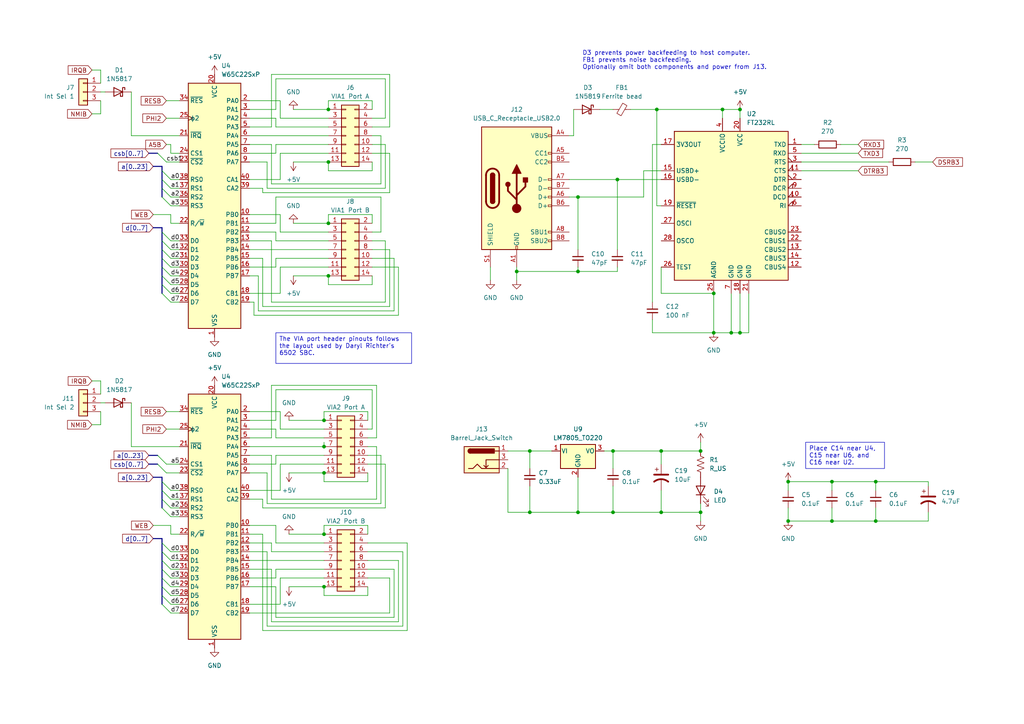
<source format=kicad_sch>
(kicad_sch (version 20230121) (generator eeschema)
  (paper "A4")
  (lib_symbols
    (symbol "Connector:Barrel_Jack_Switch" (pin_names hide)
      (property "Reference" "J" (at 0 5.334 0))
      (property "Value" "Barrel_Jack_Switch" (at 0 -5.08 0))
      (symbol "Barrel_Jack_Switch_1_1"
        (pin passive line (at 7.62 2.54 180) (length 2.54) (name "~") (number "1"))
        (pin passive line (at 7.62 -2.54 180) (length 2.54) (name "~") (number "2"))
        (pin passive line (at 7.62 0 180) (length 2.54) (name "~") (number "3"))
      )
    )
    (symbol "Connector:USB_C_Receptacle_USB2.0" (pin_names (offset 1.016))
      (property "Reference" "J" (at -10.16 19.05 0))
      (property "Value" "USB_C_Receptacle_USB2.0" (at 19.05 19.05 0))
      (symbol "USB_C_Receptacle_USB2.0_1_1"
        (pin passive line (at 0 -22.86 90) (length 5.08) (name "GND") (number "A1"))
        (pin passive line (at 0 -22.86 90) (length 5.08) hide (name "GND") (number "A12"))
        (pin passive line (at 15.24 15.24 180) (length 5.08) (name "VBUS") (number "A4"))
        (pin bidirectional line (at 15.24 10.16 180) (length 5.08) (name "CC1") (number "A5"))
        (pin bidirectional line (at 15.24 -2.54 180) (length 5.08) (name "D+") (number "A6"))
        (pin bidirectional line (at 15.24 2.54 180) (length 5.08) (name "D-") (number "A7"))
        (pin bidirectional line (at 15.24 -12.7 180) (length 5.08) (name "SBU1") (number "A8"))
        (pin passive line (at 15.24 15.24 180) (length 5.08) hide (name "VBUS") (number "A9"))
        (pin passive line (at 0 -22.86 90) (length 5.08) hide (name "GND") (number "B1"))
        (pin passive line (at 0 -22.86 90) (length 5.08) hide (name "GND") (number "B12"))
        (pin passive line (at 15.24 15.24 180) (length 5.08) hide (name "VBUS") (number "B4"))
        (pin bidirectional line (at 15.24 7.62 180) (length 5.08) (name "CC2") (number "B5"))
        (pin bidirectional line (at 15.24 -5.08 180) (length 5.08) (name "D+") (number "B6"))
        (pin bidirectional line (at 15.24 0 180) (length 5.08) (name "D-") (number "B7"))
        (pin bidirectional line (at 15.24 -15.24 180) (length 5.08) (name "SBU2") (number "B8"))
        (pin passive line (at 15.24 15.24 180) (length 5.08) hide (name "VBUS") (number "B9"))
        (pin passive line (at -7.62 -22.86 90) (length 5.08) (name "SHIELD") (number "S1"))
      )
    )
    (symbol "Connector_Generic:Conn_01x03" (pin_names (offset 1.016) hide)
      (property "Reference" "J" (at 0 5.08 0))
      (property "Value" "Conn_01x03" (at 0 -5.08 0))
      (symbol "Conn_01x03_1_1"
        (pin passive line (at -5.08 2.54 0) (length 3.81) (name "Pin_1") (number "1"))
        (pin passive line (at -5.08 0 0) (length 3.81) (name "Pin_2") (number "2"))
        (pin passive line (at -5.08 -2.54 0) (length 3.81) (name "Pin_3") (number "3"))
      )
    )
    (symbol "Connector_Generic:Conn_02x07_Odd_Even" (pin_names (offset 1.016) hide)
      (property "Reference" "J" (at 1.27 10.16 0))
      (property "Value" "Conn_02x07_Odd_Even" (at 1.27 -10.16 0))
      (symbol "Conn_02x07_Odd_Even_1_1"
        (pin passive line (at -5.08 7.62 0) (length 3.81) (name "Pin_1") (number "1"))
        (pin passive line (at 7.62 -2.54 180) (length 3.81) (name "Pin_10") (number "10"))
        (pin passive line (at -5.08 -5.08 0) (length 3.81) (name "Pin_11") (number "11"))
        (pin passive line (at 7.62 -5.08 180) (length 3.81) (name "Pin_12") (number "12"))
        (pin passive line (at -5.08 -7.62 0) (length 3.81) (name "Pin_13") (number "13"))
        (pin passive line (at 7.62 -7.62 180) (length 3.81) (name "Pin_14") (number "14"))
        (pin passive line (at 7.62 7.62 180) (length 3.81) (name "Pin_2") (number "2"))
        (pin passive line (at -5.08 5.08 0) (length 3.81) (name "Pin_3") (number "3"))
        (pin passive line (at 7.62 5.08 180) (length 3.81) (name "Pin_4") (number "4"))
        (pin passive line (at -5.08 2.54 0) (length 3.81) (name "Pin_5") (number "5"))
        (pin passive line (at 7.62 2.54 180) (length 3.81) (name "Pin_6") (number "6"))
        (pin passive line (at -5.08 0 0) (length 3.81) (name "Pin_7") (number "7"))
        (pin passive line (at 7.62 0 180) (length 3.81) (name "Pin_8") (number "8"))
        (pin passive line (at -5.08 -2.54 0) (length 3.81) (name "Pin_9") (number "9"))
      )
    )
    (symbol "Device:C_Polarized_US" (pin_numbers hide) (pin_names (offset 0.254) hide)
      (property "Reference" "C" (at 0.635 2.54 0))
      (property "Value" "C_Polarized_US" (at 0.635 -2.54 0))
      (symbol "C_Polarized_US_1_1"
        (pin passive line (at 0 3.81 270) (length 2.794) (name "~") (number "1"))
        (pin passive line (at 0 -3.81 90) (length 3.302) (name "~") (number "2"))
      )
    )
    (symbol "Device:C_Small" (pin_numbers hide) (pin_names (offset 0.254) hide)
      (property "Reference" "C" (at 0.254 1.778 0))
      (property "Value" "C_Small" (at 0.254 -2.032 0))
      (symbol "C_Small_1_1"
        (pin passive line (at 0 2.54 270) (length 2.032) (name "~") (number "1"))
        (pin passive line (at 0 -2.54 90) (length 2.032) (name "~") (number "2"))
      )
    )
    (symbol "Device:D_Schottky" (pin_numbers hide) (pin_names (offset 1.016) hide)
      (property "Reference" "D" (at 0 2.54 0))
      (property "Value" "D_Schottky" (at 0 -2.54 0))
      (symbol "D_Schottky_1_1"
        (pin passive line (at -3.81 0 0) (length 2.54) (name "K") (number "1"))
        (pin passive line (at 3.81 0 180) (length 2.54) (name "A") (number "2"))
      )
    )
    (symbol "Device:FerriteBead_Small" (pin_numbers hide) (pin_names (offset 0))
      (property "Reference" "FB" (at 1.905 1.27 0))
      (property "Value" "FerriteBead_Small" (at 1.905 -1.27 0))
      (symbol "FerriteBead_Small_1_1"
        (pin passive line (at 0 2.54 270) (length 1.27) (name "~") (number "1"))
        (pin passive line (at 0 -2.54 90) (length 1.27) (name "~") (number "2"))
      )
    )
    (symbol "Device:LED" (pin_numbers hide) (pin_names (offset 1.016) hide)
      (property "Reference" "D" (at 0 2.54 0))
      (property "Value" "LED" (at 0 -2.54 0))
      (symbol "LED_1_1"
        (pin passive line (at -3.81 0 0) (length 2.54) (name "K") (number "1"))
        (pin passive line (at 3.81 0 180) (length 2.54) (name "A") (number "2"))
      )
    )
    (symbol "Device:R" (pin_numbers hide) (pin_names (offset 0))
      (property "Reference" "R" (at 2.032 0 90))
      (property "Value" "R" (at 0 0 90))
      (symbol "R_1_1"
        (pin passive line (at 0 3.81 270) (length 1.27) (name "~") (number "1"))
        (pin passive line (at 0 -3.81 90) (length 1.27) (name "~") (number "2"))
      )
    )
    (symbol "Device:R_US" (pin_numbers hide) (pin_names (offset 0))
      (property "Reference" "R" (at 2.54 0 90))
      (property "Value" "R_US" (at -2.54 0 90))
      (symbol "R_US_1_1"
        (pin passive line (at 0 3.81 270) (length 1.27) (name "~") (number "1"))
        (pin passive line (at 0 -3.81 90) (length 1.27) (name "~") (number "2"))
      )
    )
    (symbol "Diode:1N5817" (pin_numbers hide) (pin_names (offset 1.016) hide)
      (property "Reference" "D" (at 0 2.54 0))
      (property "Value" "1N5817" (at 0 -2.54 0))
      (symbol "1N5817_1_1"
        (pin passive line (at -3.81 0 0) (length 2.54) (name "K") (number "1"))
        (pin passive line (at 3.81 0 180) (length 2.54) (name "A") (number "2"))
      )
    )
    (symbol "Interface_USB:FT232RL"
      (property "Reference" "U" (at -16.51 22.86 0))
      (property "Value" "FT232RL" (at 10.16 22.86 0))
      (symbol "FT232RL_1_1"
        (pin output line (at 20.32 17.78 180) (length 3.81) (name "TXD") (number "1"))
        (pin input input_low (at 20.32 2.54 180) (length 3.81) (name "DCD") (number "10"))
        (pin input input_low (at 20.32 10.16 180) (length 3.81) (name "CTS") (number "11"))
        (pin bidirectional line (at 20.32 -17.78 180) (length 3.81) (name "CBUS4") (number "12"))
        (pin bidirectional line (at 20.32 -12.7 180) (length 3.81) (name "CBUS2") (number "13"))
        (pin bidirectional line (at 20.32 -15.24 180) (length 3.81) (name "CBUS3") (number "14"))
        (pin bidirectional line (at -20.32 10.16 0) (length 3.81) (name "USBD+") (number "15"))
        (pin bidirectional line (at -20.32 7.62 0) (length 3.81) (name "USBD-") (number "16"))
        (pin power_out line (at -20.32 17.78 0) (length 3.81) (name "3V3OUT") (number "17"))
        (pin power_in line (at 2.54 -25.4 90) (length 3.81) (name "GND") (number "18"))
        (pin input line (at -20.32 0 0) (length 3.81) (name "~{RESET}") (number "19"))
        (pin output output_low (at 20.32 7.62 180) (length 3.81) (name "DTR") (number "2"))
        (pin power_in line (at 2.54 25.4 270) (length 3.81) (name "VCC") (number "20"))
        (pin power_in line (at 5.08 -25.4 90) (length 3.81) (name "GND") (number "21"))
        (pin bidirectional line (at 20.32 -10.16 180) (length 3.81) (name "CBUS1") (number "22"))
        (pin bidirectional line (at 20.32 -7.62 180) (length 3.81) (name "CBUS0") (number "23"))
        (pin power_in line (at -5.08 -25.4 90) (length 3.81) (name "AGND") (number "25"))
        (pin input line (at -20.32 -17.78 0) (length 3.81) (name "TEST") (number "26"))
        (pin input line (at -20.32 -5.08 0) (length 3.81) (name "OSCI") (number "27"))
        (pin output line (at -20.32 -10.16 0) (length 3.81) (name "OSCO") (number "28"))
        (pin output output_low (at 20.32 12.7 180) (length 3.81) (name "RTS") (number "3"))
        (pin power_in line (at -2.54 25.4 270) (length 3.81) (name "VCCIO") (number "4"))
        (pin input line (at 20.32 15.24 180) (length 3.81) (name "RXD") (number "5"))
        (pin input input_low (at 20.32 0 180) (length 3.81) (name "RI") (number "6"))
        (pin power_in line (at 0 -25.4 90) (length 3.81) (name "GND") (number "7"))
        (pin input input_low (at 20.32 5.08 180) (length 3.81) (name "DCR") (number "9"))
      )
    )
    (symbol "PCM_65xx-library:W65C22SxP"
      (property "Reference" "U" (at 2.54 40.64 0))
      (property "Value" "W65C22SxP" (at 2.54 38.1 0))
      (symbol "W65C22SxP_1_1"
        (pin power_in line (at 0 -38.1 90) (length 2.54) (name "VSS") (number "1"))
        (pin bidirectional line (at 10.16 -2.54 180) (length 2.54) (name "PB0") (number "10"))
        (pin bidirectional line (at 10.16 -5.08 180) (length 2.54) (name "PB1") (number "11"))
        (pin bidirectional line (at 10.16 -7.62 180) (length 2.54) (name "PB2") (number "12"))
        (pin bidirectional line (at 10.16 -10.16 180) (length 2.54) (name "PB3") (number "13"))
        (pin bidirectional line (at 10.16 -12.7 180) (length 2.54) (name "PB4") (number "14"))
        (pin bidirectional line (at 10.16 -15.24 180) (length 2.54) (name "PB5") (number "15"))
        (pin bidirectional line (at 10.16 -17.78 180) (length 2.54) (name "PB6") (number "16"))
        (pin bidirectional line (at 10.16 -20.32 180) (length 2.54) (name "PB7") (number "17"))
        (pin input line (at 10.16 -25.4 180) (length 2.54) (name "CB1") (number "18"))
        (pin bidirectional line (at 10.16 -27.94 180) (length 2.54) (name "CB2") (number "19"))
        (pin bidirectional line (at 10.16 30.48 180) (length 2.54) (name "PA0") (number "2"))
        (pin power_in line (at 0 38.1 270) (length 2.54) (name "VCC") (number "20"))
        (pin output line (at -10.16 20.32 0) (length 2.54) (name "~{IRQ}") (number "21"))
        (pin input line (at -10.16 -5.08 0) (length 2.54) (name "R/~{W}") (number "22"))
        (pin input line (at -10.16 12.7 0) (length 2.54) (name "~{CS2}") (number "23"))
        (pin input line (at -10.16 15.24 0) (length 2.54) (name "CS1") (number "24"))
        (pin input clock (at -10.16 25.4 0) (length 2.54) (name "ϕ2") (number "25"))
        (pin bidirectional line (at -10.16 -27.94 0) (length 2.54) (name "D7") (number "26"))
        (pin bidirectional line (at -10.16 -25.4 0) (length 2.54) (name "D6") (number "27"))
        (pin bidirectional line (at -10.16 -22.86 0) (length 2.54) (name "D5") (number "28"))
        (pin bidirectional line (at -10.16 -20.32 0) (length 2.54) (name "D4") (number "29"))
        (pin bidirectional line (at 10.16 27.94 180) (length 2.54) (name "PA1") (number "3"))
        (pin bidirectional line (at -10.16 -17.78 0) (length 2.54) (name "D3") (number "30"))
        (pin bidirectional line (at -10.16 -15.24 0) (length 2.54) (name "D2") (number "31"))
        (pin bidirectional line (at -10.16 -12.7 0) (length 2.54) (name "D1") (number "32"))
        (pin bidirectional line (at -10.16 -10.16 0) (length 2.54) (name "D0") (number "33"))
        (pin input line (at -10.16 30.48 0) (length 2.54) (name "~{RES}") (number "34"))
        (pin input line (at -10.16 0 0) (length 2.54) (name "RS3") (number "35"))
        (pin input line (at -10.16 2.54 0) (length 2.54) (name "RS2") (number "36"))
        (pin input line (at -10.16 5.08 0) (length 2.54) (name "RS1") (number "37"))
        (pin input line (at -10.16 7.62 0) (length 2.54) (name "RS0") (number "38"))
        (pin bidirectional line (at 10.16 5.08 180) (length 2.54) (name "CA2") (number "39"))
        (pin bidirectional line (at 10.16 25.4 180) (length 2.54) (name "PA2") (number "4"))
        (pin input line (at 10.16 7.62 180) (length 2.54) (name "CA1") (number "40"))
        (pin bidirectional line (at 10.16 22.86 180) (length 2.54) (name "PA3") (number "5"))
        (pin bidirectional line (at 10.16 20.32 180) (length 2.54) (name "PA4") (number "6"))
        (pin bidirectional line (at 10.16 17.78 180) (length 2.54) (name "PA5") (number "7"))
        (pin bidirectional line (at 10.16 15.24 180) (length 2.54) (name "PA6") (number "8"))
        (pin bidirectional line (at 10.16 12.7 180) (length 2.54) (name "PA7") (number "9"))
      )
    )
    (symbol "Regulator_Linear:LM7805_TO220" (pin_names (offset 0.254))
      (property "Reference" "U" (at -3.81 3.175 0))
      (property "Value" "LM7805_TO220" (at 0 3.175 0))
      (symbol "LM7805_TO220_1_1"
        (pin power_in line (at -7.62 0 0) (length 2.54) (name "VI") (number "1"))
        (pin power_in line (at 0 -7.62 90) (length 2.54) (name "GND") (number "2"))
        (pin power_out line (at 7.62 0 180) (length 2.54) (name "VO") (number "3"))
      )
    )
    (symbol "power:+5V" (power) (pin_names (offset 0))
      (property "Value" "+5V" (at 0 3.556 0))
      (symbol "+5V_1_1"
        (pin power_in line (at 0 0 90) (length 0) hide (name "+5V") (number "1"))
      )
    )
    (symbol "power:GND" (power) (pin_names (offset 0))
      (property "Value" "GND" (at 0 -3.81 0))
      (symbol "GND_1_1"
        (pin power_in line (at 0 0 270) (length 0) hide (name "GND") (number "1"))
      )
    )
  )
  (junction (at 214.63 31.75))
  (junction (at 177.8 148.59))
  (junction (at 254 151.13))
  (junction (at 207.01 85.09))
  (junction (at 153.67 148.59))
  (junction (at 153.67 130.81))
  (junction (at 167.64 78.74))
  (junction (at 93.98 137.16))
  (junction (at 212.09 96.52))
  (junction (at 191.77 130.81))
  (junction (at 254 139.7))
  (junction (at 95.25 80.01))
  (junction (at 95.25 31.75))
  (junction (at 228.6 139.7))
  (junction (at 179.07 52.07))
  (junction (at 95.25 64.77))
  (junction (at 207.01 96.52))
  (junction (at 93.98 170.18))
  (junction (at 167.64 148.59))
  (junction (at 209.55 31.75))
  (junction (at 167.64 57.15))
  (junction (at 177.8 130.81))
  (junction (at 149.86 78.74))
  (junction (at 203.2 130.81))
  (junction (at 203.2 148.59))
  (junction (at 214.63 96.52))
  (junction (at 191.77 148.59))
  (junction (at 93.98 121.92))
  (junction (at 241.3 151.13))
  (junction (at 95.25 46.99))
  (junction (at 93.98 129.54))
  (junction (at 241.3 139.7))
  (junction (at 190.5 31.75))
  (junction (at 93.98 154.94))
  (junction (at 228.6 151.13))
  (bus_entry (at 46.99 49.53) (size 2.54 2.54))
  (bus_entry (at 46.99 162.56) (size 2.54 2.54))
  (bus_entry (at 46.99 82.55) (size 2.54 2.54))
  (bus_entry (at 46.99 175.26) (size 2.54 2.54))
  (bus_entry (at 46.99 57.15) (size 2.54 2.54))
  (bus_entry (at 46.99 77.47) (size 2.54 2.54))
  (bus_entry (at 46.99 54.61) (size 2.54 2.54))
  (bus_entry (at 46.99 52.07) (size 2.54 2.54))
  (bus_entry (at 46.99 160.02) (size 2.54 2.54))
  (bus_entry (at 46.99 142.24) (size 2.54 2.54))
  (bus_entry (at 46.99 165.1) (size 2.54 2.54))
  (bus_entry (at 46.99 67.31) (size 2.54 2.54))
  (bus_entry (at 46.99 80.01) (size 2.54 2.54))
  (bus_entry (at 45.72 44.45) (size 2.54 2.54))
  (bus_entry (at 46.99 72.39) (size 2.54 2.54))
  (bus_entry (at 46.99 157.48) (size 2.54 2.54))
  (bus_entry (at 46.99 147.32) (size 2.54 2.54))
  (bus_entry (at 45.72 132.08) (size 2.54 2.54))
  (bus_entry (at 46.99 170.18) (size 2.54 2.54))
  (bus_entry (at 46.99 172.72) (size 2.54 2.54))
  (bus_entry (at 46.99 167.64) (size 2.54 2.54))
  (bus_entry (at 46.99 69.85) (size 2.54 2.54))
  (bus_entry (at 45.72 134.62) (size 2.54 2.54))
  (bus_entry (at 46.99 139.7) (size 2.54 2.54))
  (bus_entry (at 46.99 74.93) (size 2.54 2.54))
  (bus_entry (at 46.99 85.09) (size 2.54 2.54))
  (bus_entry (at 46.99 144.78) (size 2.54 2.54))
  (wire (pts (xy 76.2 55.88) (xy 76.2 54.61)))
  (wire (pts (xy 107.95 67.31) (xy 110.49 67.31)))
  (wire (pts (xy 49.53 69.85) (xy 52.07 69.85)))
  (wire (pts (xy 80.01 74.93) (xy 95.25 74.93)))
  (wire (pts (xy 72.39 44.45) (xy 80.01 44.45)))
  (wire (pts (xy 72.39 74.93) (xy 76.2 74.93)))
  (wire (pts (xy 76.2 182.88) (xy 118.11 182.88)))
  (wire (pts (xy 189.23 41.91) (xy 191.77 41.91)))
  (wire (pts (xy 107.95 113.03) (xy 107.95 124.46)))
  (bus (pts (xy 46.99 157.48) (xy 46.99 160.02)))
  (wire (pts (xy 49.53 177.8) (xy 52.07 177.8)))
  (wire (pts (xy 217.17 85.09) (xy 217.17 96.52)))
  (bus (pts (xy 46.99 67.31) (xy 46.99 69.85)))
  (wire (pts (xy 111.76 34.29) (xy 107.95 34.29)))
  (wire (pts (xy 78.74 41.91) (xy 78.74 53.34)))
  (wire (pts (xy 207.01 85.09) (xy 207.01 96.52)))
  (wire (pts (xy 72.39 124.46) (xy 80.01 124.46)))
  (wire (pts (xy 72.39 165.1) (xy 78.74 165.1)))
  (wire (pts (xy 80.01 157.48) (xy 93.98 157.48)))
  (bus (pts (xy 46.99 138.43) (xy 46.99 139.7)))
  (wire (pts (xy 209.55 31.75) (xy 209.55 34.29)))
  (wire (pts (xy 49.53 167.64) (xy 52.07 167.64)))
  (wire (pts (xy 109.22 129.54) (xy 109.22 144.78)))
  (wire (pts (xy 107.95 64.77) (xy 107.95 62.23)))
  (wire (pts (xy 29.21 24.13) (xy 29.21 20.32)))
  (wire (pts (xy 44.45 152.4) (xy 49.53 152.4)))
  (wire (pts (xy 111.76 22.86) (xy 111.76 34.29)))
  (wire (pts (xy 190.5 31.75) (xy 209.55 31.75)))
  (wire (pts (xy 85.09 46.99) (xy 95.25 46.99)))
  (wire (pts (xy 269.24 148.59) (xy 269.24 151.13)))
  (wire (pts (xy 49.53 57.15) (xy 52.07 57.15)))
  (wire (pts (xy 83.82 170.18) (xy 93.98 170.18)))
  (wire (pts (xy 81.28 85.09) (xy 72.39 85.09)))
  (wire (pts (xy 78.74 36.83) (xy 78.74 21.59)))
  (wire (pts (xy 214.63 96.52) (xy 212.09 96.52)))
  (wire (pts (xy 85.09 80.01) (xy 95.25 80.01)))
  (wire (pts (xy 179.07 52.07) (xy 179.07 72.39)))
  (wire (pts (xy 76.2 144.78) (xy 76.2 147.32)))
  (wire (pts (xy 228.6 151.13) (xy 228.6 147.32)))
  (bus (pts (xy 46.99 52.07) (xy 46.99 54.61)))
  (wire (pts (xy 109.22 111.76) (xy 109.22 127)))
  (bus (pts (xy 46.99 167.64) (xy 46.99 170.18)))
  (wire (pts (xy 81.28 119.38) (xy 81.28 124.46)))
  (wire (pts (xy 80.01 77.47) (xy 80.01 74.93)))
  (wire (pts (xy 72.39 87.63) (xy 73.66 87.63)))
  (wire (pts (xy 191.77 130.81) (xy 203.2 130.81)))
  (wire (pts (xy 48.26 134.62) (xy 52.07 134.62)))
  (wire (pts (xy 49.53 74.93) (xy 52.07 74.93)))
  (wire (pts (xy 72.39 129.54) (xy 93.98 129.54)))
  (wire (pts (xy 48.26 46.99) (xy 52.07 46.99)))
  (wire (pts (xy 241.3 139.7) (xy 254 139.7)))
  (wire (pts (xy 77.47 137.16) (xy 77.47 146.05)))
  (wire (pts (xy 167.64 57.15) (xy 165.1 57.15)))
  (wire (pts (xy 76.2 154.94) (xy 76.2 182.88)))
  (bus (pts (xy 46.99 172.72) (xy 46.99 175.26)))
  (wire (pts (xy 118.11 157.48) (xy 106.68 157.48)))
  (wire (pts (xy 241.3 151.13) (xy 241.3 147.32)))
  (wire (pts (xy 78.74 111.76) (xy 109.22 111.76)))
  (wire (pts (xy 49.53 154.94) (xy 52.07 154.94)))
  (wire (pts (xy 153.67 148.59) (xy 167.64 148.59)))
  (wire (pts (xy 179.07 78.74) (xy 167.64 78.74)))
  (wire (pts (xy 38.1 26.67) (xy 38.1 39.37)))
  (bus (pts (xy 43.18 44.45) (xy 45.72 44.45)))
  (wire (pts (xy 72.39 160.02) (xy 77.47 160.02)))
  (wire (pts (xy 29.21 33.02) (xy 26.67 33.02)))
  (wire (pts (xy 76.2 88.9) (xy 113.03 88.9)))
  (wire (pts (xy 49.53 72.39) (xy 52.07 72.39)))
  (wire (pts (xy 80.01 113.03) (xy 107.95 113.03)))
  (wire (pts (xy 49.53 162.56) (xy 52.07 162.56)))
  (wire (pts (xy 72.39 144.78) (xy 76.2 144.78)))
  (wire (pts (xy 72.39 170.18) (xy 80.01 170.18)))
  (wire (pts (xy 149.86 81.28) (xy 149.86 78.74)))
  (wire (pts (xy 81.28 142.24) (xy 81.28 134.62)))
  (wire (pts (xy 72.39 152.4) (xy 80.01 152.4)))
  (wire (pts (xy 167.64 148.59) (xy 177.8 148.59)))
  (bus (pts (xy 46.99 144.78) (xy 46.99 147.32)))
  (wire (pts (xy 93.98 172.72) (xy 93.98 170.18)))
  (bus (pts (xy 44.45 66.04) (xy 46.99 66.04)))
  (bus (pts (xy 46.99 54.61) (xy 46.99 57.15)))
  (wire (pts (xy 236.22 41.91) (xy 232.41 41.91)))
  (bus (pts (xy 43.18 134.62) (xy 45.72 134.62)))
  (wire (pts (xy 81.28 167.64) (xy 93.98 167.64)))
  (wire (pts (xy 212.09 96.52) (xy 207.01 96.52)))
  (wire (pts (xy 177.8 148.59) (xy 191.77 148.59)))
  (wire (pts (xy 114.3 90.17) (xy 114.3 74.93)))
  (wire (pts (xy 49.53 52.07) (xy 52.07 52.07)))
  (wire (pts (xy 182.88 31.75) (xy 190.5 31.75)))
  (wire (pts (xy 80.01 121.92) (xy 80.01 113.03)))
  (wire (pts (xy 254 151.13) (xy 254 147.32)))
  (wire (pts (xy 80.01 22.86) (xy 111.76 22.86)))
  (wire (pts (xy 212.09 85.09) (xy 212.09 96.52)))
  (wire (pts (xy 38.1 129.54) (xy 52.07 129.54)))
  (bus (pts (xy 46.99 48.26) (xy 46.99 49.53)))
  (wire (pts (xy 113.03 21.59) (xy 113.03 36.83)))
  (wire (pts (xy 49.53 152.4) (xy 49.53 154.94)))
  (wire (pts (xy 191.77 148.59) (xy 203.2 148.59)))
  (wire (pts (xy 78.74 127) (xy 78.74 111.76)))
  (wire (pts (xy 72.39 121.92) (xy 80.01 121.92)))
  (wire (pts (xy 167.64 77.47) (xy 167.64 78.74)))
  (wire (pts (xy 95.25 80.01) (xy 95.25 82.55)))
  (wire (pts (xy 114.3 74.93) (xy 107.95 74.93)))
  (wire (pts (xy 93.98 129.54) (xy 93.98 128.27)))
  (wire (pts (xy 38.1 39.37) (xy 52.07 39.37)))
  (wire (pts (xy 81.28 62.23) (xy 81.28 67.31)))
  (wire (pts (xy 72.39 177.8) (xy 113.03 177.8)))
  (wire (pts (xy 72.39 175.26) (xy 81.28 175.26)))
  (wire (pts (xy 95.25 82.55) (xy 107.95 82.55)))
  (wire (pts (xy 107.95 82.55) (xy 107.95 80.01)))
  (wire (pts (xy 114.3 179.07) (xy 114.3 165.1)))
  (wire (pts (xy 81.28 124.46) (xy 93.98 124.46)))
  (wire (pts (xy 78.74 87.63) (xy 111.76 87.63)))
  (wire (pts (xy 265.43 46.99) (xy 270.51 46.99)))
  (wire (pts (xy 106.68 154.94) (xy 106.68 152.4)))
  (wire (pts (xy 113.03 72.39) (xy 107.95 72.39)))
  (wire (pts (xy 95.25 62.23) (xy 95.25 64.77)))
  (wire (pts (xy 48.26 137.16) (xy 52.07 137.16)))
  (wire (pts (xy 72.39 34.29) (xy 80.01 34.29)))
  (wire (pts (xy 49.53 165.1) (xy 52.07 165.1)))
  (wire (pts (xy 81.28 29.21) (xy 81.28 34.29)))
  (wire (pts (xy 107.95 46.99) (xy 107.95 49.53)))
  (wire (pts (xy 29.21 26.67) (xy 30.48 26.67)))
  (wire (pts (xy 113.03 177.8) (xy 113.03 167.64)))
  (wire (pts (xy 241.3 139.7) (xy 241.3 142.24)))
  (wire (pts (xy 147.32 130.81) (xy 153.67 130.81)))
  (wire (pts (xy 77.47 54.61) (xy 111.76 54.61)))
  (bus (pts (xy 46.99 74.93) (xy 46.99 77.47)))
  (wire (pts (xy 72.39 62.23) (xy 81.28 62.23)))
  (wire (pts (xy 49.53 62.23) (xy 49.53 64.77)))
  (bus (pts (xy 46.99 170.18) (xy 46.99 172.72)))
  (wire (pts (xy 29.21 123.19) (xy 26.67 123.19)))
  (wire (pts (xy 149.86 78.74) (xy 149.86 77.47)))
  (wire (pts (xy 111.76 147.32) (xy 111.76 134.62)))
  (wire (pts (xy 106.68 121.92) (xy 106.68 119.38)))
  (wire (pts (xy 189.23 96.52) (xy 207.01 96.52)))
  (wire (pts (xy 95.25 29.21) (xy 95.25 31.75)))
  (wire (pts (xy 110.49 39.37) (xy 107.95 39.37)))
  (wire (pts (xy 72.39 154.94) (xy 76.2 154.94)))
  (wire (pts (xy 29.21 116.84) (xy 30.48 116.84)))
  (wire (pts (xy 85.09 31.75) (xy 95.25 31.75)))
  (bus (pts (xy 46.99 72.39) (xy 46.99 74.93)))
  (bus (pts (xy 44.45 156.21) (xy 46.99 156.21)))
  (wire (pts (xy 165.1 52.07) (xy 179.07 52.07)))
  (wire (pts (xy 232.41 44.45) (xy 248.92 44.45)))
  (wire (pts (xy 83.82 137.16) (xy 93.98 137.16)))
  (wire (pts (xy 72.39 157.48) (xy 78.74 157.48)))
  (wire (pts (xy 72.39 119.38) (xy 81.28 119.38)))
  (wire (pts (xy 189.23 92.71) (xy 189.23 96.52)))
  (wire (pts (xy 186.69 49.53) (xy 191.77 49.53)))
  (wire (pts (xy 49.53 142.24) (xy 52.07 142.24)))
  (wire (pts (xy 114.3 165.1) (xy 106.68 165.1)))
  (wire (pts (xy 49.53 82.55) (xy 52.07 82.55)))
  (bus (pts (xy 44.45 48.26) (xy 46.99 48.26)))
  (bus (pts (xy 46.99 142.24) (xy 46.99 144.78)))
  (wire (pts (xy 81.28 44.45) (xy 95.25 44.45)))
  (bus (pts (xy 46.99 165.1) (xy 46.99 167.64)))
  (wire (pts (xy 80.01 44.45) (xy 80.01 41.91)))
  (wire (pts (xy 49.53 172.72) (xy 52.07 172.72)))
  (wire (pts (xy 179.07 52.07) (xy 191.77 52.07)))
  (wire (pts (xy 74.93 90.17) (xy 114.3 90.17)))
  (wire (pts (xy 106.68 152.4) (xy 93.98 152.4)))
  (bus (pts (xy 46.99 66.04) (xy 46.99 67.31)))
  (bus (pts (xy 46.99 156.21) (xy 46.99 157.48)))
  (wire (pts (xy 81.28 52.07) (xy 81.28 44.45)))
  (wire (pts (xy 109.22 127) (xy 106.68 127)))
  (wire (pts (xy 191.77 59.69) (xy 190.5 59.69)))
  (wire (pts (xy 110.49 57.15) (xy 110.49 67.31)))
  (wire (pts (xy 142.24 81.28) (xy 142.24 77.47)))
  (wire (pts (xy 80.01 64.77) (xy 80.01 57.15)))
  (wire (pts (xy 76.2 147.32) (xy 111.76 147.32)))
  (wire (pts (xy 80.01 134.62) (xy 80.01 132.08)))
  (wire (pts (xy 49.53 85.09) (xy 52.07 85.09)))
  (wire (pts (xy 173.99 31.75) (xy 177.8 31.75)))
  (wire (pts (xy 115.57 91.44) (xy 115.57 77.47)))
  (wire (pts (xy 269.24 140.97) (xy 269.24 139.7)))
  (wire (pts (xy 72.39 39.37) (xy 95.25 39.37)))
  (wire (pts (xy 232.41 49.53) (xy 248.92 49.53)))
  (wire (pts (xy 72.39 72.39) (xy 95.25 72.39)))
  (wire (pts (xy 49.53 144.78) (xy 52.07 144.78)))
  (wire (pts (xy 80.01 167.64) (xy 72.39 167.64)))
  (wire (pts (xy 49.53 44.45) (xy 49.53 41.91)))
  (wire (pts (xy 106.68 134.62) (xy 111.76 134.62)))
  (wire (pts (xy 167.64 148.59) (xy 167.64 138.43)))
  (wire (pts (xy 83.82 121.92) (xy 93.98 121.92)))
  (wire (pts (xy 106.68 172.72) (xy 93.98 172.72)))
  (wire (pts (xy 72.39 36.83) (xy 78.74 36.83)))
  (wire (pts (xy 72.39 132.08) (xy 78.74 132.08)))
  (wire (pts (xy 80.01 69.85) (xy 95.25 69.85)))
  (wire (pts (xy 72.39 67.31) (xy 80.01 67.31)))
  (wire (pts (xy 107.95 62.23) (xy 95.25 62.23)))
  (wire (pts (xy 49.53 77.47) (xy 52.07 77.47)))
  (wire (pts (xy 111.76 54.61) (xy 111.76 41.91)))
  (bus (pts (xy 44.45 138.43) (xy 46.99 138.43)))
  (bus (pts (xy 46.99 160.02) (xy 46.99 162.56)))
  (wire (pts (xy 107.95 29.21) (xy 95.25 29.21)))
  (wire (pts (xy 107.95 49.53) (xy 95.25 49.53)))
  (wire (pts (xy 177.8 140.97) (xy 177.8 148.59)))
  (wire (pts (xy 269.24 139.7) (xy 254 139.7)))
  (bus (pts (xy 46.99 139.7) (xy 46.99 142.24)))
  (wire (pts (xy 165.1 39.37) (xy 166.37 39.37)))
  (wire (pts (xy 29.21 114.3) (xy 29.21 110.49)))
  (wire (pts (xy 147.32 135.89) (xy 147.32 148.59)))
  (wire (pts (xy 29.21 20.32) (xy 26.67 20.32)))
  (wire (pts (xy 177.8 130.81) (xy 191.77 130.81)))
  (wire (pts (xy 80.01 124.46) (xy 80.01 127)))
  (wire (pts (xy 72.39 134.62) (xy 80.01 134.62)))
  (wire (pts (xy 116.84 160.02) (xy 106.68 160.02)))
  (wire (pts (xy 78.74 180.34) (xy 115.57 180.34)))
  (wire (pts (xy 153.67 135.89) (xy 153.67 130.81)))
  (wire (pts (xy 243.84 41.91) (xy 248.92 41.91)))
  (wire (pts (xy 80.01 31.75) (xy 80.01 22.86)))
  (wire (pts (xy 191.77 142.24) (xy 191.77 148.59)))
  (wire (pts (xy 49.53 80.01) (xy 52.07 80.01)))
  (bus (pts (xy 46.99 82.55) (xy 46.99 85.09)))
  (wire (pts (xy 95.25 46.99) (xy 95.25 49.53)))
  (wire (pts (xy 228.6 139.7) (xy 228.6 142.24)))
  (wire (pts (xy 115.57 162.56) (xy 106.68 162.56)))
  (wire (pts (xy 49.53 41.91) (xy 48.26 41.91)))
  (wire (pts (xy 149.86 78.74) (xy 167.64 78.74)))
  (wire (pts (xy 111.76 87.63) (xy 111.76 69.85)))
  (wire (pts (xy 106.68 139.7) (xy 106.68 137.16)))
  (wire (pts (xy 177.8 135.89) (xy 177.8 130.81)))
  (wire (pts (xy 49.53 59.69) (xy 52.07 59.69)))
  (wire (pts (xy 74.93 80.01) (xy 74.93 90.17)))
  (wire (pts (xy 80.01 34.29) (xy 80.01 36.83)))
  (wire (pts (xy 189.23 41.91) (xy 189.23 87.63)))
  (wire (pts (xy 77.47 181.61) (xy 116.84 181.61)))
  (wire (pts (xy 78.74 165.1) (xy 78.74 180.34)))
  (wire (pts (xy 186.69 49.53) (xy 186.69 57.15)))
  (wire (pts (xy 116.84 181.61) (xy 116.84 160.02)))
  (wire (pts (xy 241.3 151.13) (xy 254 151.13)))
  (wire (pts (xy 72.39 69.85) (xy 78.74 69.85)))
  (wire (pts (xy 73.66 91.44) (xy 115.57 91.44)))
  (wire (pts (xy 80.01 152.4) (xy 80.01 157.48)))
  (wire (pts (xy 29.21 119.38) (xy 29.21 123.19)))
  (wire (pts (xy 80.01 170.18) (xy 80.01 179.07)))
  (wire (pts (xy 29.21 110.49) (xy 26.67 110.49)))
  (wire (pts (xy 76.2 54.61) (xy 72.39 54.61)))
  (wire (pts (xy 81.28 175.26) (xy 81.28 167.64)))
  (wire (pts (xy 83.82 154.94) (xy 93.98 154.94)))
  (wire (pts (xy 106.68 119.38) (xy 93.98 119.38)))
  (wire (pts (xy 186.69 57.15) (xy 167.64 57.15)))
  (wire (pts (xy 29.21 29.21) (xy 29.21 33.02)))
  (wire (pts (xy 93.98 152.4) (xy 93.98 154.94)))
  (wire (pts (xy 191.77 77.47) (xy 191.77 85.09)))
  (wire (pts (xy 167.64 57.15) (xy 167.64 72.39)))
  (wire (pts (xy 254 139.7) (xy 254 142.24)))
  (wire (pts (xy 113.03 88.9) (xy 113.03 72.39)))
  (wire (pts (xy 228.6 139.7) (xy 241.3 139.7)))
  (wire (pts (xy 49.53 175.26) (xy 52.07 175.26)))
  (wire (pts (xy 72.39 137.16) (xy 77.47 137.16)))
  (wire (pts (xy 228.6 151.13) (xy 241.3 151.13)))
  (wire (pts (xy 93.98 139.7) (xy 106.68 139.7)))
  (wire (pts (xy 106.68 129.54) (xy 109.22 129.54)))
  (wire (pts (xy 115.57 77.47) (xy 107.95 77.47)))
  (wire (pts (xy 81.28 134.62) (xy 93.98 134.62)))
  (wire (pts (xy 115.57 180.34) (xy 115.57 162.56)))
  (bus (pts (xy 46.99 80.01) (xy 46.99 82.55)))
  (wire (pts (xy 107.95 124.46) (xy 106.68 124.46)))
  (wire (pts (xy 78.74 132.08) (xy 78.74 144.78)))
  (wire (pts (xy 93.98 119.38) (xy 93.98 121.92)))
  (wire (pts (xy 217.17 96.52) (xy 214.63 96.52)))
  (wire (pts (xy 72.39 127) (xy 78.74 127)))
  (wire (pts (xy 80.01 165.1) (xy 80.01 167.64)))
  (wire (pts (xy 175.26 130.81) (xy 177.8 130.81)))
  (wire (pts (xy 72.39 162.56) (xy 93.98 162.56)))
  (wire (pts (xy 72.39 80.01) (xy 74.93 80.01)))
  (wire (pts (xy 214.63 85.09) (xy 214.63 96.52)))
  (wire (pts (xy 81.28 77.47) (xy 81.28 85.09)))
  (wire (pts (xy 80.01 57.15) (xy 110.49 57.15)))
  (bus (pts (xy 46.99 77.47) (xy 46.99 80.01)))
  (wire (pts (xy 80.01 36.83) (xy 95.25 36.83)))
  (wire (pts (xy 49.53 170.18) (xy 52.07 170.18)))
  (wire (pts (xy 72.39 29.21) (xy 81.28 29.21)))
  (wire (pts (xy 110.49 53.34) (xy 110.49 39.37)))
  (wire (pts (xy 85.09 64.77) (xy 95.25 64.77)))
  (wire (pts (xy 73.66 87.63) (xy 73.66 91.44)))
  (wire (pts (xy 203.2 151.13) (xy 203.2 148.59)))
  (wire (pts (xy 214.63 31.75) (xy 214.63 34.29)))
  (wire (pts (xy 203.2 128.27) (xy 203.2 130.81)))
  (wire (pts (xy 72.39 46.99) (xy 77.47 46.99)))
  (wire (pts (xy 77.47 146.05) (xy 110.49 146.05)))
  (wire (pts (xy 52.07 44.45) (xy 49.53 44.45)))
  (wire (pts (xy 203.2 148.59) (xy 203.2 146.05)))
  (wire (pts (xy 78.74 53.34) (xy 110.49 53.34)))
  (wire (pts (xy 113.03 36.83) (xy 107.95 36.83)))
  (wire (pts (xy 80.01 132.08) (xy 93.98 132.08)))
  (wire (pts (xy 49.53 64.77) (xy 52.07 64.77)))
  (wire (pts (xy 72.39 31.75) (xy 80.01 31.75)))
  (wire (pts (xy 106.68 167.64) (xy 113.03 167.64)))
  (wire (pts (xy 78.74 157.48) (xy 78.74 160.02)))
  (wire (pts (xy 107.95 41.91) (xy 111.76 41.91)))
  (wire (pts (xy 49.53 54.61) (xy 52.07 54.61)))
  (wire (pts (xy 38.1 116.84) (xy 38.1 129.54)))
  (wire (pts (xy 49.53 147.32) (xy 52.07 147.32)))
  (wire (pts (xy 232.41 46.99) (xy 257.81 46.99)))
  (wire (pts (xy 72.39 142.24) (xy 81.28 142.24)))
  (wire (pts (xy 49.53 149.86) (xy 52.07 149.86)))
  (wire (pts (xy 76.2 74.93) (xy 76.2 88.9)))
  (wire (pts (xy 113.03 44.45) (xy 113.03 55.88)))
  (wire (pts (xy 209.55 31.75) (xy 214.63 31.75)))
  (wire (pts (xy 191.77 134.62) (xy 191.77 130.81)))
  (wire (pts (xy 80.01 41.91) (xy 95.25 41.91)))
  (wire (pts (xy 48.26 34.29) (xy 52.07 34.29)))
  (bus (pts (xy 43.18 132.08) (xy 45.72 132.08)))
  (wire (pts (xy 93.98 137.16) (xy 93.98 139.7)))
  (wire (pts (xy 191.77 85.09) (xy 207.01 85.09)))
  (wire (pts (xy 72.39 52.07) (xy 81.28 52.07)))
  (wire (pts (xy 48.26 124.46) (xy 52.07 124.46)))
  (wire (pts (xy 81.28 34.29) (xy 95.25 34.29)))
  (bus (pts (xy 46.99 49.53) (xy 46.99 52.07)))
  (wire (pts (xy 110.49 132.08) (xy 106.68 132.08)))
  (wire (pts (xy 107.95 44.45) (xy 113.03 44.45)))
  (wire (pts (xy 80.01 127) (xy 93.98 127)))
  (wire (pts (xy 81.28 67.31) (xy 95.25 67.31)))
  (wire (pts (xy 190.5 59.69) (xy 190.5 31.75)))
  (wire (pts (xy 269.24 151.13) (xy 254 151.13)))
  (wire (pts (xy 49.53 160.02) (xy 52.07 160.02)))
  (wire (pts (xy 72.39 77.47) (xy 80.01 77.47)))
  (bus (pts (xy 46.99 162.56) (xy 46.99 165.1)))
  (wire (pts (xy 153.67 148.59) (xy 153.67 140.97)))
  (bus (pts (xy 46.99 69.85) (xy 46.99 72.39)))
  (wire (pts (xy 72.39 64.77) (xy 80.01 64.77)))
  (wire (pts (xy 107.95 31.75) (xy 107.95 29.21)))
  (wire (pts (xy 166.37 31.75) (xy 166.37 39.37)))
  (wire (pts (xy 77.47 160.02) (xy 77.47 181.61)))
  (wire (pts (xy 153.67 130.81) (xy 160.02 130.81)))
  (wire (pts (xy 110.49 146.05) (xy 110.49 132.08)))
  (wire (pts (xy 147.32 148.59) (xy 153.67 148.59)))
  (wire (pts (xy 77.47 46.99) (xy 77.47 54.61)))
  (wire (pts (xy 179.07 77.47) (xy 179.07 78.74)))
  (wire (pts (xy 106.68 170.18) (xy 106.68 172.72)))
  (wire (pts (xy 48.26 119.38) (xy 52.07 119.38)))
  (wire (pts (xy 113.03 55.88) (xy 76.2 55.88)))
  (wire (pts (xy 78.74 21.59) (xy 113.03 21.59)))
  (wire (pts (xy 78.74 69.85) (xy 78.74 87.63)))
  (wire (pts (xy 93.98 165.1) (xy 80.01 165.1)))
  (wire (pts (xy 44.45 62.23) (xy 49.53 62.23)))
  (wire (pts (xy 49.53 87.63) (xy 52.07 87.63)))
  (wire (pts (xy 80.01 179.07) (xy 114.3 179.07)))
  (wire (pts (xy 118.11 182.88) (xy 118.11 157.48)))
  (wire (pts (xy 109.22 144.78) (xy 78.74 144.78)))
  (wire (pts (xy 107.95 69.85) (xy 111.76 69.85)))
  (wire (pts (xy 72.39 41.91) (xy 78.74 41.91)))
  (wire (pts (xy 95.25 77.47) (xy 81.28 77.47)))
  (wire (pts (xy 48.26 29.21) (xy 52.07 29.21)))
  (wire (pts (xy 80.01 67.31) (xy 80.01 69.85)))
  (wire (pts (xy 78.74 160.02) (xy 93.98 160.02)))
  (text_box "Place C14 near U4,\nC15 near U6, and\nC16 near U2." (at 233.68 128.27 0) (size 22.86 7.62) (effects (font (size 1.27 1.27)) (justify left top)))
  (text_box "The VIA port header pinouts follows the layout used by Daryl Richter's 6502 SBC." (at 80.01 96.52 0) (size 39.37 8.89) (effects (font (size 1.27 1.27)) (justify left top)))
  (text "D3 prevents power backfeeding to host computer.\nFB1 prevents noise backfeeding.\nOptionally omit both components and power from J13." (at 168.91 20.32 0) (effects (font (size 1.27 1.27)) (justify left bottom)))
  (label "a0" (at 49.53 142.24 0))
  (label "d3" (at 49.53 77.47 0))
  (label "d5" (at 49.53 82.55 0))
  (label "a0" (at 49.53 52.07 0))
  (label "d1" (at 49.53 72.39 0))
  (label "d3" (at 49.53 167.64 0))
  (label "d4" (at 49.53 170.18 0))
  (label "csb1" (at 48.26 46.99 0))
  (label "d6" (at 49.53 85.09 0))
  (label "d4" (at 49.53 80.01 0))
  (label "d0" (at 49.53 69.85 0))
  (label "d0" (at 49.53 160.02 0))
  (label "d7" (at 49.53 87.63 0))
  (label "a3" (at 49.53 149.86 0))
  (label "d6" (at 49.53 175.26 0))
  (label "a2" (at 49.53 147.32 0))
  (label "a3" (at 49.53 59.69 0))
  (label "a1" (at 49.53 54.61 0))
  (label "d7" (at 49.53 177.8 0))
  (label "d5" (at 49.53 172.72 0))
  (label "d2" (at 49.53 165.1 0))
  (label "d2" (at 49.53 74.93 0))
  (label "a2" (at 49.53 57.15 0))
  (label "d1" (at 49.53 162.56 0))
  (label "a1" (at 49.53 144.78 0))
  (label "a5" (at 49.53 134.62 0))
  (global_label "RXD3" (shape input) (at 248.92 41.91 0) (property "Intersheetrefs" "${INTERSHEET_REFS}" (effects hide)))
  (global_label "TXD3" (shape input) (at 248.92 44.45 0) (property "Intersheetrefs" "${INTERSHEET_REFS}" (effects hide)))
  (global_label "IRQB" (shape input) (at 26.67 20.32 180) (property "Intersheetrefs" "${INTERSHEET_REFS}" (effects hide)))
  (global_label "NMIB" (shape input) (at 26.67 33.02 180) (property "Intersheetrefs" "${INTERSHEET_REFS}" (effects hide)))
  (global_label "WEB" (shape input) (at 44.45 152.4 180) (property "Intersheetrefs" "${INTERSHEET_REFS}" (effects hide)))
  (global_label "PHI2" (shape input) (at 48.26 124.46 180) (property "Intersheetrefs" "${INTERSHEET_REFS}" (effects hide)))
  (global_label "d[0..7]" (shape input) (at 44.45 66.04 180) (property "Intersheetrefs" "${INTERSHEET_REFS}" (effects hide)))
  (global_label "PHI2" (shape input) (at 48.26 34.29 180) (property "Intersheetrefs" "${INTERSHEET_REFS}" (effects hide)))
  (global_label "d[0..7]" (shape input) (at 44.45 156.21 180) (property "Intersheetrefs" "${INTERSHEET_REFS}" (effects hide)))
  (global_label "a[0..23]" (shape input) (at 43.18 132.08 180) (property "Intersheetrefs" "${INTERSHEET_REFS}" (effects hide)))
  (global_label "DSRB3" (shape input) (at 270.51 46.99 0) (property "Intersheetrefs" "${INTERSHEET_REFS}" (effects hide)))
  (global_label "IRQB" (shape input) (at 26.67 110.49 180) (property "Intersheetrefs" "${INTERSHEET_REFS}" (effects hide)))
  (global_label "a[0..23]" (shape input) (at 44.45 138.43 180) (property "Intersheetrefs" "${INTERSHEET_REFS}" (effects hide)))
  (global_label "csb[0..7]" (shape input) (at 43.18 134.62 180) (property "Intersheetrefs" "${INTERSHEET_REFS}" (effects hide)))
  (global_label "a[0..23]" (shape input) (at 44.45 48.26 180) (property "Intersheetrefs" "${INTERSHEET_REFS}" (effects hide)))
  (global_label "csb[0..7]" (shape input) (at 43.18 44.45 180) (property "Intersheetrefs" "${INTERSHEET_REFS}" (effects hide)))
  (global_label "RESB" (shape input) (at 48.26 29.21 180) (property "Intersheetrefs" "${INTERSHEET_REFS}" (effects hide)))
  (global_label "DTRB3" (shape input) (at 248.92 49.53 0) (property "Intersheetrefs" "${INTERSHEET_REFS}" (effects hide)))
  (global_label "NMIB" (shape input) (at 26.67 123.19 180) (property "Intersheetrefs" "${INTERSHEET_REFS}" (effects hide)))
  (global_label "WEB" (shape input) (at 44.45 62.23 180) (property "Intersheetrefs" "${INTERSHEET_REFS}" (effects hide)))
  (global_label "RESB" (shape input) (at 48.26 119.38 180) (property "Intersheetrefs" "${INTERSHEET_REFS}" (effects hide)))
  (global_label "A5B" (shape input) (at 48.26 41.91 180) (property "Intersheetrefs" "${INTERSHEET_REFS}" (effects hide)))
  (symbol (lib_id "power:+5V") (at 214.63 31.75 0) (unit 1)
    (property "Reference" "#PWR047" (effects hide))
    (property "Value" "+5V" (at 214.63 26.67 0))
  )
  (symbol (lib_id "Connector_Generic:Conn_01x03") (at 24.13 26.67 0) (mirror y) (unit 1)
    (property "Reference" "J7" (at 21.59 25.4 0) (effects (justify left)))
    (property "Value" "Int Sel 1" (at 21.59 27.94 0) (effects (justify left)))
  )
  (symbol (lib_id "Connector_Generic:Conn_01x03") (at 24.13 116.84 0) (mirror y) (unit 1)
    (property "Reference" "J11" (at 21.59 115.57 0) (effects (justify left)))
    (property "Value" "Int Sel 2" (at 21.59 118.11 0) (effects (justify left)))
  )
  (symbol (lib_id "power:GND") (at 62.23 97.79 0) (unit 1)
    (property "Reference" "#PWR036" (effects hide))
    (property "Value" "GND" (at 62.23 102.87 0))
  )
  (symbol (lib_id "Diode:1N5817") (at 34.29 26.67 0) (mirror y) (unit 1)
    (property "Reference" "D1" (at 34.6075 20.32 0))
    (property "Value" "1N5817" (at 34.6075 22.86 0))
    (property "Footprint" "Diode_THT:D_DO-41_SOD81_P10.16mm_Horizontal" (effects hide))
    (property "Datasheet" "http://www.vishay.com/docs/88525/1n5817.pdf" (effects hide))
  )
  (symbol (lib_id "Device:R") (at 261.62 46.99 270) (unit 1)
    (property "Reference" "R3" (at 261.62 40.64 90))
    (property "Value" "270" (at 261.62 43.18 90))
  )
  (symbol (lib_id "PCM_65xx-library:W65C22SxP") (at 62.23 59.69 0) (unit 1)
    (property "Reference" "U4" (at 64.1859 19.05 0) (effects (justify left)))
    (property "Value" "W65C22SxP" (at 64.1859 21.59 0) (effects (justify left)))
    (property "Footprint" "Package_DIP:DIP-40_W15.24mm" (effects hide))
    (property "Datasheet" "http://www.westerndesigncenter.com/wdc/documentation/w65c22.pdf" (effects hide))
  )
  (symbol (lib_id "Device:C_Polarized_US") (at 191.77 138.43 0) (unit 1)
    (property "Reference" "C19" (at 195.58 136.525 0) (effects (justify left)))
    (property "Value" "10uF" (at 195.58 139.065 0) (effects (justify left)))
    (instances (project "W65C265SXB Reloaded" (path "" (reference "C19") (unit 1)) (path "" (reference "C21") (unit 1))))
  )
  (symbol (lib_id "Connector_Generic:Conn_02x07_Odd_Even") (at 99.06 162.56 0) (unit 1)
    (property "Reference" "J10" (at 100.33 148.59 0))
    (property "Value" "VIA2 Port B" (at 100.33 151.13 0))
  )
  (symbol (lib_id "Connector_Generic:Conn_02x07_Odd_Even") (at 100.33 39.37 0) (unit 1)
    (property "Reference" "J6" (at 101.6 25.4 0))
    (property "Value" "VIA1 Port A" (at 101.6 27.94 0))
  )
  (symbol (lib_id "Device:C_Small") (at 254 144.78 0) (unit 1)
    (property "Reference" "C6" (at 257.81 143.51 0) (effects (justify left)))
    (property "Value" "0.1uF" (at 257.81 146.05 0) (effects (justify left)))
    (instances (project "W65C265SXB Reloaded" (path "" (reference "C6") (unit 1)) (path "" (reference "C11") (unit 1)) (path "" (reference "C16") (unit 1))))
  )
  (symbol (lib_id "power:+5V") (at 83.82 137.16 0) (mirror x) (unit 1)
    (property "Reference" "#PWR032" (effects hide))
    (property "Value" "+5V" (at 83.82 142.24 0))
  )
  (symbol (lib_id "power:GND") (at 142.24 81.28 0) (unit 1)
    (property "Reference" "#PWR046" (effects hide))
    (property "Value" "GND" (at 142.24 86.36 0))
  )
  (symbol (lib_id "power:+5V") (at 83.82 170.18 0) (mirror x) (unit 1)
    (property "Reference" "#PWR034" (effects hide))
    (property "Value" "+5V" (at 83.82 175.26 0))
  )
  (symbol (lib_id "Device:C_Small") (at 241.3 144.78 0) (unit 1)
    (property "Reference" "C6" (at 245.11 143.51 0) (effects (justify left)))
    (property "Value" "0.1uF" (at 245.11 146.05 0) (effects (justify left)))
    (instances (project "W65C265SXB Reloaded" (path "" (reference "C6") (unit 1)) (path "" (reference "C10") (unit 1)) (path "" (reference "C15") (unit 1))))
  )
  (symbol (lib_id "Device:LED") (at 203.2 142.24 90) (unit 1)
    (property "Reference" "D4" (at 207.01 142.5575 90) (effects (justify right)))
    (property "Value" "LED" (at 207.01 145.0975 90) (effects (justify right)))
  )
  (symbol (lib_id "Connector_Generic:Conn_02x07_Odd_Even") (at 100.33 72.39 0) (unit 1)
    (property "Reference" "J8" (at 101.6 58.42 0))
    (property "Value" "VIA1 Port B" (at 101.6 60.96 0))
  )
  (symbol (lib_id "power:+5V") (at 62.23 21.59 0) (unit 1)
    (property "Reference" "#PWR037" (effects hide))
    (property "Value" "+5V" (at 62.23 16.51 0))
  )
  (symbol (lib_id "PCM_65xx-library:W65C22SxP") (at 62.23 149.86 0) (unit 1)
    (property "Reference" "U4" (at 64.1859 109.22 0) (effects (justify left)))
    (property "Value" "W65C22SxP" (at 64.1859 111.76 0) (effects (justify left)))
    (property "Footprint" "Package_DIP:DIP-40_W15.24mm" (effects hide))
    (property "Datasheet" "http://www.westerndesigncenter.com/wdc/documentation/w65c22.pdf" (effects hide))
    (instances (project "W65C265SXB Reloaded" (path "" (reference "U4") (unit 1)) (path "" (reference "U4") (unit 1)) (path "" (reference "U6") (unit 1))))
  )
  (symbol (lib_id "power:GND") (at 83.82 154.94 0) (mirror x) (unit 1)
    (property "Reference" "#PWR033" (effects hide))
    (property "Value" "GND" (at 83.82 149.86 0))
  )
  (symbol (lib_id "power:GND") (at 85.09 31.75 0) (mirror x) (unit 1)
    (property "Reference" "#PWR027" (effects hide))
    (property "Value" "GND" (at 85.09 26.67 0))
  )
  (symbol (lib_id "power:GND") (at 228.6 151.13 0) (unit 1)
    (property "Reference" "#PWR012" (effects hide))
    (property "Value" "GND" (at 228.6 156.21 0))
    (instances (project "W65C265SXB Reloaded" (path "" (reference "#PWR012") (unit 1)) (path "" (reference "#PWR044") (unit 1)) (path "" (reference "#PWR050") (unit 1))))
  )
  (symbol (lib_id "power:+5V") (at 228.6 139.7 0) (unit 1)
    (property "Reference" "#PWR026" (effects hide))
    (property "Value" "+5V" (at 228.6 134.62 0))
    (instances (project "W65C265SXB Reloaded" (path "" (reference "#PWR026") (unit 1)) (path "" (reference "#PWR043") (unit 1)) (path "" (reference "#PWR049") (unit 1))))
  )
  (symbol (lib_id "Connector:USB_C_Receptacle_USB2.0") (at 149.86 54.61 0) (unit 1)
    (property "Reference" "J12" (at 149.86 31.75 0))
    (property "Value" "USB_C_Receptacle_USB2.0" (at 149.86 34.29 0))
    (property "Datasheet" "https://www.usb.org/sites/default/files/documents/usb_type-c.zip" (effects hide))
  )
  (symbol (lib_id "Connector_Generic:Conn_02x07_Odd_Even") (at 99.06 129.54 0) (unit 1)
    (property "Reference" "J9" (at 100.33 115.57 0))
    (property "Value" "VIA2 Port A" (at 100.33 118.11 0))
  )
  (symbol (lib_id "power:GND") (at 83.82 121.92 0) (mirror x) (unit 1)
    (property "Reference" "#PWR031" (effects hide))
    (property "Value" "GND" (at 83.82 116.84 0))
  )
  (symbol (lib_id "Device:C_Small") (at 179.07 74.93 0) (unit 1)
    (property "Reference" "C11" (at 182.88 73.66 0) (effects (justify left)))
    (property "Value" "47pF" (at 182.88 76.2 0) (effects (justify left)))
  )
  (symbol (lib_id "Diode:1N5817") (at 34.29 116.84 0) (mirror y) (unit 1)
    (property "Reference" "D2" (at 34.6075 110.49 0))
    (property "Value" "1N5817" (at 34.6075 113.03 0))
    (property "Footprint" "Diode_THT:D_DO-41_SOD81_P10.16mm_Horizontal" (effects hide))
    (property "Datasheet" "http://www.vishay.com/docs/88525/1n5817.pdf" (effects hide))
  )
  (symbol (lib_id "power:+5V") (at 62.23 111.76 0) (unit 1)
    (property "Reference" "#PWR038" (effects hide))
    (property "Value" "+5V" (at 62.23 106.68 0))
  )
  (symbol (lib_id "Device:C_Small") (at 153.67 138.43 0) (unit 1)
    (property "Reference" "C7" (at 156.21 137.1663 0) (effects (justify left)))
    (property "Value" "0.33uF" (at 156.21 139.7063 0) (effects (justify left)))
    (instances (project "W65C265SXB Reloaded" (path "" (reference "C7") (unit 1)) (path "" (reference "C13") (unit 1))))
  )
  (symbol (lib_id "Device:C_Small") (at 177.8 138.43 0) (unit 1)
    (property "Reference" "C8" (at 180.34 137.1663 0) (effects (justify left)))
    (property "Value" "0.1uF" (at 180.34 139.7063 0) (effects (justify left)))
    (instances (project "W65C265SXB Reloaded" (path "" (reference "C8") (unit 1)) (path "" (reference "C20") (unit 1))))
  )
  (symbol (lib_id "Device:D_Schottky") (at 170.18 31.75 0) (mirror y) (unit 1)
    (property "Reference" "D3" (at 170.4975 25.4 0))
    (property "Value" "1N5819" (at 170.4975 27.94 0))
  )
  (symbol (lib_id "Device:R") (at 240.03 41.91 270) (unit 1)
    (property "Reference" "R2" (at 240.03 35.56 90))
    (property "Value" "270" (at 240.03 38.1 90))
  )
  (symbol (lib_id "power:+5V") (at 85.09 80.01 0) (mirror x) (unit 1)
    (property "Reference" "#PWR030" (effects hide))
    (property "Value" "+5V" (at 85.09 85.09 0))
  )
  (symbol (lib_id "Device:C_Small") (at 189.23 90.17 0) (unit 1)
    (property "Reference" "C12" (at 193.04 88.9 0) (effects (justify left)))
    (property "Value" "100 nF" (at 193.04 91.44 0) (effects (justify left)))
  )
  (symbol (lib_id "power:GND") (at 85.09 64.77 0) (mirror x) (unit 1)
    (property "Reference" "#PWR029" (effects hide))
    (property "Value" "GND" (at 85.09 59.69 0))
  )
  (symbol (lib_id "power:GND") (at 207.01 96.52 0) (unit 1)
    (property "Reference" "#PWR048" (effects hide))
    (property "Value" "GND" (at 207.01 101.6 0))
  )
  (symbol (lib_id "Connector:Barrel_Jack_Switch") (at 139.7 133.35 0) (unit 1)
    (property "Reference" "J13" (at 139.7 124.46 0))
    (property "Value" "Barrel_Jack_Switch" (at 139.7 127 0))
  )
  (symbol (lib_id "Interface_USB:FT232RL") (at 212.09 59.69 0) (unit 1)
    (property "Reference" "U2" (at 216.5859 33.02 0) (effects (justify left)))
    (property "Value" "FT232RL" (at 216.5859 35.56 0) (effects (justify left)))
    (property "Footprint" "Package_SO:SSOP-28_5.3x10.2mm_P0.65mm" (effects hide))
    (property "Datasheet" "https://www.ftdichip.com/Support/Documents/DataSheets/ICs/DS_FT232R.pdf" (effects hide))
  )
  (symbol (lib_id "power:+5V") (at 85.09 46.99 0) (mirror x) (unit 1)
    (property "Reference" "#PWR028" (effects hide))
    (property "Value" "+5V" (at 85.09 52.07 0))
  )
  (symbol (lib_id "Regulator_Linear:LM7805_TO220") (at 167.64 130.81 0) (unit 1)
    (property "Reference" "U9" (at 167.64 124.46 0))
    (property "Value" "LM7805_TO220" (at 167.64 127 0))
    (property "Footprint" "Package_TO_SOT_THT:TO-220-3_Vertical" (effects hide))
    (property "Datasheet" "https://www.onsemi.cn/PowerSolutions/document/MC7800-D.PDF" (effects hide))
  )
  (symbol (lib_id "power:GND") (at 62.23 187.96 0) (unit 1)
    (property "Reference" "#PWR035" (effects hide))
    (property "Value" "GND" (at 62.23 193.04 0))
  )
  (symbol (lib_id "Device:C_Small") (at 167.64 74.93 0) (unit 1)
    (property "Reference" "C10" (at 171.45 73.66 0) (effects (justify left)))
    (property "Value" "47pF" (at 171.45 76.2 0) (effects (justify left)))
  )
  (symbol (lib_id "power:GND") (at 203.2 151.13 0) (unit 1)
    (property "Reference" "#PWR025" (effects hide))
    (property "Value" "GND" (at 203.2 156.21 0))
  )
  (symbol (lib_id "power:GND") (at 149.86 81.28 0) (unit 1)
    (property "Reference" "#PWR045" (effects hide))
    (property "Value" "GND" (at 149.86 86.36 0))
  )
  (symbol (lib_id "Device:C_Small") (at 228.6 144.78 0) (unit 1)
    (property "Reference" "C5" (at 232.41 143.51 0) (effects (justify left)))
    (property "Value" "0.1uF" (at 232.41 146.05 0) (effects (justify left)))
    (instances (project "W65C265SXB Reloaded" (path "" (reference "C5") (unit 1)) (path "" (reference "C9") (unit 1)) (path "" (reference "C14") (unit 1))))
  )
  (symbol (lib_id "Device:R_US") (at 203.2 134.62 0) (unit 1)
    (property "Reference" "R1" (at 205.74 133.35 0) (effects (justify left)))
    (property "Value" "R_US" (at 205.74 135.89 0) (effects (justify left)))
  )
  (symbol (lib_id "power:+5V") (at 203.2 128.27 0) (unit 1)
    (property "Reference" "#PWR012" (effects hide))
    (property "Value" "+5V" (at 203.2 123.19 0))
  )
  (symbol (lib_id "Device:C_Polarized_US") (at 269.24 144.78 0) (unit 1)
    (property "Reference" "C19" (at 273.05 142.875 0) (effects (justify left)))
    (property "Value" "4.7uF" (at 273.05 145.415 0) (effects (justify left)))
    (instances (project "W65C265SXB Reloaded" (path "" (reference "C19") (unit 1)) (path "" (reference "C17") (unit 1))))
  )
  (symbol (lib_id "Device:FerriteBead_Small") (at 180.34 31.75 270) (unit 1)
    (property "Reference" "FB1" (at 180.3781 25.4 90))
    (property "Value" "Ferrite bead" (at 180.3781 27.94 90))
  )
)
</source>
